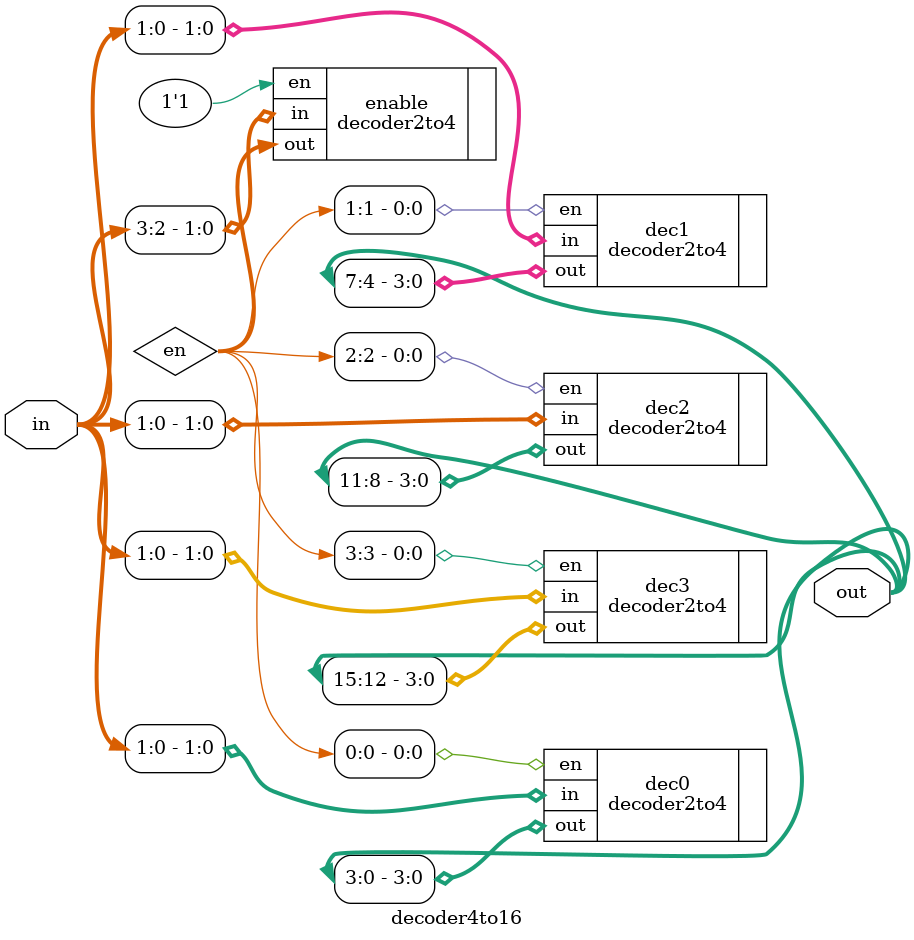
<source format=v>
`timescale 1ns / 1ps


module decoder4to16(
    input [3:0] in,
    output [15:0] out
    );
    
    wire [3:0] en;
    
    decoder2to4 enable(.en(1'b1), .in(in[3:2]), .out(en));
    
    decoder2to4 dec0(.en(en[0]), .in(in[1:0]), .out(out[3:0]));
    decoder2to4 dec1(.en(en[1]), .in(in[1:0]), .out(out[7:4]));
    decoder2to4 dec2(.en(en[2]), .in(in[1:0]), .out(out[11:8]));
    decoder2to4 dec3(.en(en[3]), .in(in[1:0]), .out(out[15:12]));
    
    
endmodule

</source>
